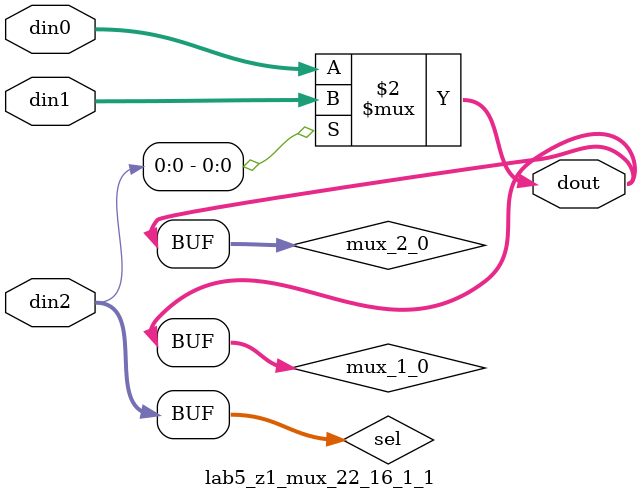
<source format=v>

`timescale 1ns/1ps

module lab5_z1_mux_22_16_1_1 #(
parameter
    ID                = 0,
    NUM_STAGE         = 1,
    din0_WIDTH       = 32,
    din1_WIDTH       = 32,
    din2_WIDTH         = 32,
    dout_WIDTH            = 32
)(
    input  [15 : 0]     din0,
    input  [15 : 0]     din1,
    input  [1 : 0]    din2,
    output [15 : 0]   dout);

// puts internal signals
wire [1 : 0]     sel;
// level 1 signals
wire [15 : 0]         mux_1_0;
// level 2 signals
wire [15 : 0]         mux_2_0;

assign sel = din2;

// Generate level 1 logic
assign mux_1_0 = (sel[0] == 0)? din0 : din1;

// Generate level 2 logic
assign mux_2_0 = mux_1_0;

// output logic
assign dout = mux_2_0;

endmodule

</source>
